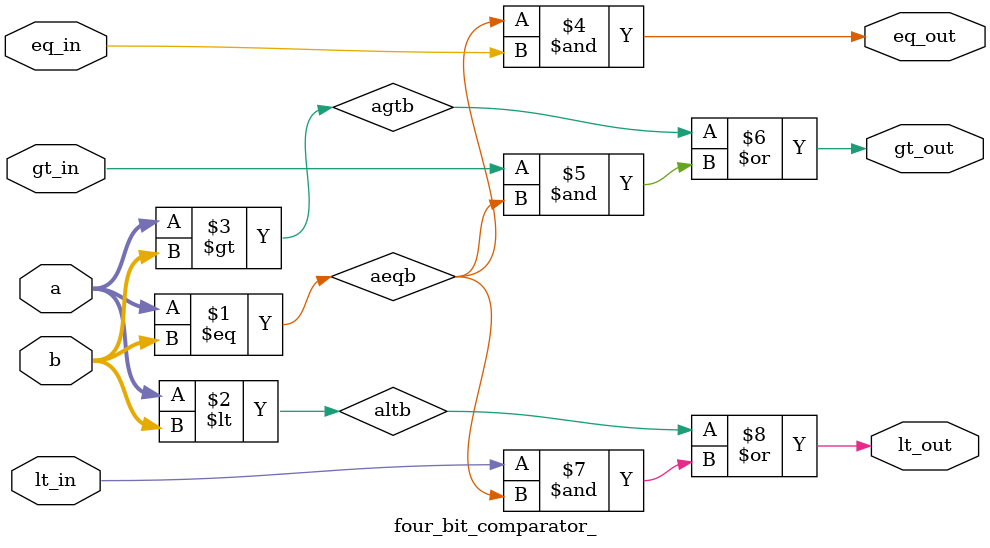
<source format=v>
`timescale 10 ns / 1 ns 

module four_bit_comparator_(input wire [3:0] a, b, 
			   input wire eq_in, gt_in, lt_in, 
			   output wire eq_out, gt_out, lt_out);

		   wire aeqb, qltb, qgtb;

		   assign aeqb = (a==b);
		   assign altb = (a<b);
		   assign agtb = (a>b);
		   assign eq_out = aeqb & eq_in;
		   assign gt_out = agtb | gt_in & aeqb;
		   assign lt_out = altb | lt_in & aeqb;

		   
endmodule








</source>
